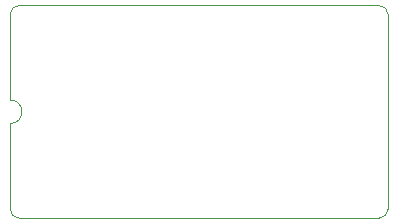
<source format=gbp>
G04 #@! TF.FileFunction,Paste,Bot*
%FSLAX46Y46*%
G04 Gerber Fmt 4.6, Leading zero omitted, Abs format (unit mm)*
G04 Created by KiCad (PCBNEW 4.0.2-4+6225~38~ubuntu15.10.1-stable) date Fri May 13 21:54:02 2016*
%MOMM*%
G01*
G04 APERTURE LIST*
%ADD10C,0.101600*%
%ADD11C,0.100000*%
G04 APERTURE END LIST*
D10*
D11*
X0Y8000000D02*
X0Y750000D01*
X0Y8000000D02*
G75*
G03X0Y10000000I0J1000000D01*
G01*
X32000000Y17250000D02*
G75*
G03X31250000Y18000000I-750000J0D01*
G01*
X0Y750000D02*
G75*
G03X750000Y0I750000J0D01*
G01*
X31250000Y0D02*
G75*
G03X32000000Y750000I0J750000D01*
G01*
X750000Y18000000D02*
G75*
G03X0Y17250000I0J-750000D01*
G01*
X0Y10000000D02*
X0Y17250000D01*
X31250000Y0D02*
X750000Y0D01*
X32000000Y17250000D02*
X32000000Y750000D01*
X750000Y18000000D02*
X31250000Y18000000D01*
M02*

</source>
